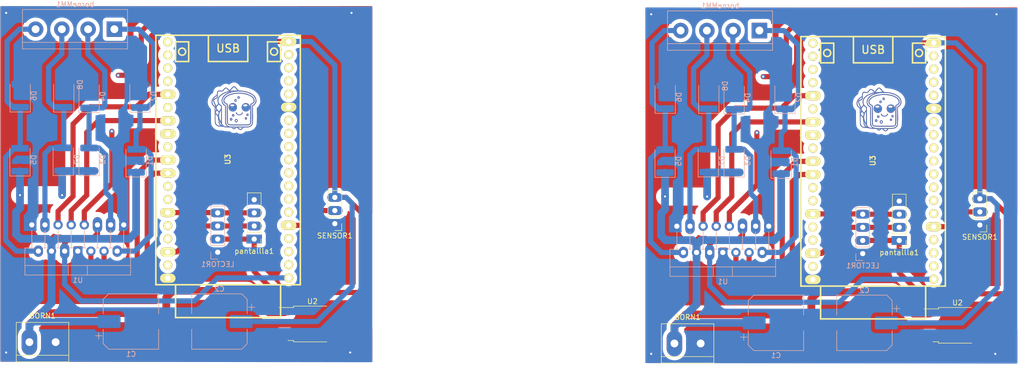
<source format=kicad_pcb>
(kicad_pcb (version 20221018) (generator pcbnew)
  (layers (0 "F.Cu" signal) (31 "B.Cu" signal) (34 "B.Paste" user) (35 "F.Paste" user) (36 "B.SilkS" user "B.Silkscreen") (37 "F.SilkS" user "F.Silkscreen") (38 "B.Mask" user) (39 "F.Mask" user) (44 "Edge.Cuts" user))
  (net 0 "")
  (net 1 "VCC")
  (net 2 "GND")
  (net 3 "/OUT_4")
  (net 4 "/OUT_3")
  (net 5 "/OUT_2")
  (net 6 "/OUT_1")
  (net 7 "+5V")
  (net 8 "/SCL")
  (net 9 "/MA_1")
  (net 10 "/MA_2")
  (net 11 "/MB_1")
  (net 12 "/EN")
  (net 13 "/MB_2")
  (net 25 "/SDAL")
  (net 30 "unconnected-(U3-IO35-Pad6)")
  (net 37 "/DATO")
  (footprint "EESTN5:ESP32_DEVKITC" (layer "F.Cu") (at 83.91888 95.141009 90)
    (fp_text reference "U3")
    (fp_text value "ESP32_DEVKITC" hide)
  )
  (footprint "LOGO" (layer "F.Cu") (at 209.784843 84.743392)
    (fp_text reference "G***" hide)
    (fp_text value "LOGO" hide)
  )
  (footprint "LOGO" (layer "F.Cu") (at 85.017323 84.482001)
    (fp_text reference "G***" hide)
    (fp_text value "LOGO" hide)
  )
  (footprint "Connector_PinHeader_2.54mm:PinHeader_1x04_P2.54mm_Vertical" (layer "F.Cu") (at 213.73491 110.707181 180)
    (fp_text reference "pantallla1")
    (fp_text value "~")
  )
  (footprint "LOGO" (layer "F.Cu") (at 85.017323 84.482001)
    (fp_text reference "G***" hide)
    (fp_text value "LOGO" hide)
  )
  (footprint "Connector_PinHeader_2.54mm:PinHeader_1x04_P2.54mm_Vertical" (layer "F.Cu") (at 88.96739 110.44579 180)
    (fp_text reference "pantallla1")
    (fp_text value "~")
  )
  (footprint "LOGO" (layer "F.Cu") (at 209.784843 84.743392)
    (fp_text reference "G***" hide)
    (fp_text value "LOGO" hide)
  )
  (footprint "EESTN5:ESP32_DEVKITC" (layer "F.Cu") (at 208.6864 95.4024 90)
    (fp_text reference "U3")
    (fp_text value "ESP32_DEVKITC" hide)
  )
  (footprint "TerminalBlock:TerminalBlock_bornier-2_P5.08mm" (layer "F.Cu") (at 45.48259 130.36939)
    (fp_text reference "BORN1")
    (fp_text value "~")
  )
  (footprint "Package_TO_SOT_SMD:TO-252-2" (layer "F.Cu") (at 224.66551 127.124581)
    (fp_text reference "U2")
    (fp_text value "KA78M05_TO252")
  )
  (footprint "Package_TO_SOT_SMD:TO-252-2" (layer "F.Cu") (at 99.89799 126.86319)
    (fp_text reference "U2")
    (fp_text value "KA78M05_TO252")
  )
  (footprint "TerminalBlock:TerminalBlock_bornier-2_P5.08mm" (layer "F.Cu") (at 170.25011 130.630781)
    (fp_text reference "BORN1")
    (fp_text value "~")
  )
  (footprint "Connector_PinHeader_2.54mm:PinHeader_1x03_P2.54mm_Vertical" (layer "F.Cu") (at 229.33051 107.719981 180)
    (fp_text reference "SENSOR1")
    (fp_text value "Screw_Terminal_01x03")
  )
  (footprint "Connector_PinHeader_2.54mm:PinHeader_1x03_P2.54mm_Vertical" (layer "F.Cu") (at 104.56299 107.45859 180)
    (fp_text reference "SENSOR1")
    (fp_text value "Screw_Terminal_01x03")
  )
  (footprint "Connector_PinHeader_2.54mm:PinHeader_1x04_P2.54mm_Vertical" (layer "B.Cu") (at 206.67371 113.247181)
    (fp_text reference "LECTOR1")
    (fp_text value "~")
  )
  (footprint "Diode_SMD:D_1812_4532Metric_Pad1.30x3.40mm_HandSolder" (layer "B.Cu") (at 191.63691 83.031181 90)
    (fp_text reference "D2")
    (fp_text value "1N4001")
  )
  (footprint "Package_TO_SOT_THT:TO-220-15_P2.54x2.54mm_StaggerOdd_Lead4.58mm_Vertical" (layer "B.Cu") (at 170.7196 107.95)
    (fp_text reference "U1")
    (fp_text value "L298HN")
  )
  (footprint "Diode_SMD:D_1812_4532Metric_Pad1.30x3.40mm_HandSolder" (layer "B.Cu") (at 181.798 83.1136 90)
    (fp_text reference "D4")
    (fp_text value "1N4001")
  )
  (footprint "TerminalBlock:TerminalBlock_bornier-4_P5.08mm" (layer "B.Cu") (at 186.69 70.104 180)
    (fp_text reference "borneMM1")
    (fp_text value "~")
  )
  (footprint "Diode_SMD:D_1812_4532Metric_Pad1.30x3.40mm_HandSolder" (layer "B.Cu") (at 52.03579 95.01259 90)
    (fp_text reference "D7")
    (fp_text value "1N4001")
  )
  (footprint "Capacitor_SMD:CP_Elec_10x12.5" (layer "B.Cu") (at 207.01 126.6444 180)
    (fp_text reference "C2")
    (fp_text value "C")
  )
  (footprint "TerminalBlock:TerminalBlock_bornier-4_P5.08mm" (layer "B.Cu") (at 61.92248 69.842609 180)
    (fp_text reference "borneMM1")
    (fp_text value "~")
  )
  (footprint "Connector_PinHeader_2.54mm:PinHeader_1x04_P2.54mm_Vertical" (layer "B.Cu") (at 81.90619 112.98579)
    (fp_text reference "LECTOR1")
    (fp_text value "~")
  )
  (footprint "Diode_SMD:D_1812_4532Metric_Pad1.30x3.40mm_HandSolder" (layer "B.Cu") (at 57.03048 82.852209 90)
    (fp_text reference "D4")
    (fp_text value "1N4001")
  )
  (footprint "Package_TO_SOT_THT:TO-220-15_P2.54x2.54mm_StaggerOdd_Lead4.58mm_Vertical" (layer "B.Cu") (at 45.95208 107.688609)
    (fp_text reference "U1")
    (fp_text value "L298HN")
  )
  (footprint "Diode_SMD:D_1812_4532Metric_Pad1.30x3.40mm_HandSolder" (layer "B.Cu") (at 52.13739 82.736009 90)
    (fp_text reference "D8")
    (fp_text value "1N4001")
  )
  (footprint "Diode_SMD:D_1812_4532Metric_Pad1.30x3.40mm_HandSolder" (layer "B.Cu") (at 43.70459 82.71899 90)
    (fp_text reference "D6")
    (fp_text value "1N4001")
  )
  (footprint "Diode_SMD:D_1812_4532Metric_Pad1.30x3.40mm_HandSolder" (layer "B.Cu") (at 176.90491 82.9974 90)
    (fp_text reference "D8")
    (fp_text value "1N4001")
  )
  (footprint "Diode_SMD:D_1812_4532Metric_Pad1.30x3.40mm_HandSolder" (layer "B.Cu") (at 168.4376 95.3618 90)
    (fp_text reference "D5")
    (fp_text value "1N4001")
  )
  (footprint "Diode_SMD:D_1812_4532Metric_Pad1.30x3.40mm_HandSolder" (layer "B.Cu") (at 43.67008 95.100409 90)
    (fp_text reference "D5")
    (fp_text value "1N4001")
  )
  (footprint "Diode_SMD:D_1812_4532Metric_Pad1.30x3.40mm_HandSolder" (layer "B.Cu") (at 66.12368 95.298209 90)
    (fp_text reference "D1")
    (fp_text value "1N4001")
  )
  (footprint "Diode_SMD:D_1812_4532Metric_Pad1.30x3.40mm_HandSolder" (layer "B.Cu") (at 176.80331 95.273981 90)
    (fp_text reference "D7")
    (fp_text value "1N4001")
  )
  (footprint "Diode_SMD:D_1812_4532Metric_Pad1.30x3.40mm_HandSolder" (layer "B.Cu") (at 190.8912 95.5596 90)
    (fp_text reference "D1")
    (fp_text value "1N4001")
  )
  (footprint "Diode_SMD:D_1812_4532Metric_Pad1.30x3.40mm_HandSolder" (layer "B.Cu") (at 181.798 95.3056 90)
    (fp_text reference "D3")
    (fp_text value "1N4001")
  )
  (footprint "Diode_SMD:D_1812_4532Metric_Pad1.30x3.40mm_HandSolder" (layer "B.Cu") (at 66.86939 82.76979 90)
    (fp_text reference "D2")
    (fp_text value "1N4001")
  )
  (footprint "Capacitor_SMD:CP_Elec_10x12.5" (layer "B.Cu") (at 65.12288 126.383009)
    (fp_text reference "C1")
    (fp_text value "C")
  )
  (footprint "Capacitor_SMD:CP_Elec_10x12.5" (layer "B.Cu") (at 82.24248 126.383009 180)
    (fp_text reference "C2")
    (fp_text value "C")
  )
  (footprint "Capacitor_SMD:CP_Elec_10x12.5" (layer "B.Cu") (at 189.8904 126.6444)
    (fp_text reference "C1")
    (fp_text value "C")
  )
  (footprint "Diode_SMD:D_1812_4532Metric_Pad1.30x3.40mm_HandSolder" (layer "B.Cu") (at 168.47211 82.980381 90)
    (fp_text reference "D6")
    (fp_text value "1N4001")
  )
  (footprint "Diode_SMD:D_1812_4532Metric_Pad1.30x3.40mm_HandSolder" (layer "B.Cu") (at 57.03048 95.044209 90)
    (fp_text reference "D3")
    (fp_text value "1N4001")
  )
  (segment (start 71.96568 121.7447) (end 71.96568 124.762209) (width 1.5) (layer "F.Cu") (net 1))
  (segment (start 196.7332 125.0236) (end 172.4508 125.0236) (width 1.5) (layer "F.Cu") (net 1))
  (segment (start 212.368 120.7108) (end 198.028491 120.7108) (width 1.5) (layer "F.Cu") (net 1))
  (segment (start 172.4508 125.0236) (end 170.25011 127.22429) (width 1.5) (layer "F.Cu") (net 1))
  (segment (start 198.028491 120.7108) (end 196.7332 122.006091) (width 1.5) (layer "F.Cu") (net 1))
  (segment (start 196.7332 122.006091) (end 196.7332 125.0236) (width 1.5) (layer "F.Cu") (net 1))
  (segment (start 73.260971 120.449409) (end 71.96568 121.7447) (width 1.5) (layer "F.Cu") (net 1))
  (segment (start 71.96568 124.762209) (end 47.68328 124.762209) (width 1.5) (layer "F.Cu") (net 1))
  (segment (start 47.68328 124.762209) (end 45.48259 126.962899) (width 1.5) (layer "F.Cu") (net 1))
  (segment (start 87.60048 120.449409) (end 73.260971 120.449409) (width 1.5) (layer "F.Cu") (net 1))
  (segment (start 91.734261 124.58319) (end 87.60048 120.449409) (width 1.5) (layer "F.Cu") (net 1))
  (segment (start 45.48259 126.962899) (end 45.48259 130.36939) (width 1.5) (layer "F.Cu") (net 1))
  (segment (start 216.501781 124.844581) (end 212.368 120.7108) (width 1.5) (layer "F.Cu") (net 1))
  (segment (start 94.85799 124.58319) (end 91.734261 124.58319) (width 1.5) (layer "F.Cu") (net 1))
  (segment (start 219.62551 124.844581) (end 216.501781 124.844581) (width 1.5) (layer "F.Cu") (net 1))
  (segment (start 170.25011 127.22429) (end 170.25011 130.630781) (width 1.5) (layer "F.Cu") (net 1))
  (via (at 176.5808 102.2096) (size 0.8) (drill 0.4) (layers "F.Cu" "B.Cu") (net 1))
  (via (at 168.4376 102.1992) (size 0.8) (drill 0.4) (layers "F.Cu" "B.Cu") (net 1))
  (via (at 43.67008 101.937809) (size 0.8) (drill 0.4) (layers "F.Cu" "B.Cu") (net 1))
  (via (at 51.81328 101.948209) (size 0.8) (drill 0.4) (layers "F.Cu" "B.Cu") (net 1))
  (segment (start 58.09728 97.269209) (end 57.03048 97.269209) (width 1.5) (layer "B.Cu") (net 1))
  (segment (start 170.25011 127.34109) (end 174.5296 123.0616) (width 1.5) (layer "B.Cu") (net 1))
  (segment (start 181.798 97.5306) (end 181.7926 97.536) (width 1.5) (layer "B.Cu") (net 1))
  (segment (start 175.4076 110.6472) (end 189.5808 110.6472) (width 1.5) (layer "B.Cu") (net 1))
  (segment (start 189.5808 110.6472) (end 190.8912 109.3368) (width 1.5) (layer "B.Cu") (net 1))
  (segment (start 57.03048 97.269209) (end 57.02508 97.274609) (width 1.5) (layer "B.Cu") (net 1))
  (segment (start 168.4376 102.1992) (end 168.4376 97.5868) (width 1.5) (layer "B.Cu") (net 1))
  (segment (start 45.48259 127.079699) (end 45.48259 130.36939) (width 1.5) (layer "B.Cu") (net 1))
  (segment (start 170.25011 127.34109) (end 170.25011 130.630781) (width 1.5) (layer "B.Cu") (net 1))
  (segment (start 170.9468 126.6444) (end 170.25011 127.34109) (width 1.5) (layer "B.Cu") (net 1))
  (segment (start 174.5296 111.436) (end 174.5296 113.03) (width 1.5) (layer "B.Cu") (net 1))
  (segment (start 49.76208 112.768609) (end 49.76208 111.263809) (width 1.5) (layer "B.Cu") (net 1))
  (segment (start 168.4376 104.7036) (end 167.6756 105.4656) (width 1.5) (layer "B.Cu") (net 1))
  (segment (start 43.67008 101.937809) (end 43.67008 97.325409) (width 1.5) (layer "B.Cu") (net 1))
  (segment (start 176.591 97.536) (end 176.5808 97.5258) (width 1.5) (layer "B.Cu") (net 1))
  (segment (start 182.8648 97.5306) (end 181.798 97.5306) (width 1.5) (layer "B.Cu") (net 1))
  (segment (start 66.12368 109.075409) (end 66.12368 97.523209) (width 1.5) (layer "B.Cu") (net 1))
  (segment (start 43.67008 104.442209) (end 42.90808 105.204209) (width 1.5) (layer "B.Cu") (net 1))
  (segment (start 49.76208 111.263809) (end 50.64008 110.385809) (width 1.5) (layer "B.Cu") (net 1))
  (segment (start 64.81328 110.385809) (end 66.12368 109.075409) (width 1.5) (layer "B.Cu") (net 1))
  (segment (start 174.5296 113.03) (end 174.5296 111.5252) (width 1.5) (layer "B.Cu") (net 1))
  (segment (start 48.97328 110.385809) (end 49.76208 111.174609) (width 1.5) (layer "B.Cu") (net 1))
  (segment (start 46.17928 126.383009) (end 45.48259 127.079699) (width 1.5) (layer "B.Cu") (net 1))
  (segment (start 49.76208 111.174609) (end 49.76208 112.768609) (width 1.5) (layer "B.Cu") (net 1))
  (segment (start 167.6756 109.7636) (end 168.5592 110.6472) (width 1.5) (layer "B.Cu") (net 1))
  (segment (start 185.6904 126.6444) (end 170.9468 126.6444) (width 1.5) (layer "B.Cu") (net 1))
  (segment (start 174.5296 111.5252) (end 175.4076 110.6472) (width 1.5) (layer "B.Cu") (net 1))
  (segment (start 42.90808 109.502209) (end 43.79168 110.385809) (width 1.5) (layer "B.Cu") (net 1))
  (segment (start 50.64008 110.385809) (end 64.81328 110.385809) (width 1.5) (layer "B.Cu") (net 1))
  (segment (start 60.92288 126.383009) (end 46.17928 126.383009) (width 1.5) (layer "B.Cu") (net 1))
  (segment (start 167.6756 105.4656) (end 167.6756 109.7636) (width 1.5) (layer "B.Cu") (net 1))
  (segment (start 174.5296 123.0616) (end 174.5296 113.03) (width 1.5) (layer "B.Cu") (net 1))
  (segment (start 51.82348 97.274609) (end 51.81328 97.264409) (width 1.5) (layer "B.Cu") (net 1))
  (segment (start 51.81328 101.948209) (end 51.81328 97.264409) (width 1.5) (layer "B.Cu") (net 1))
  (segment (start 57.02508 97.274609) (end 51.82348 97.274609) (width 1.5) (layer "B.Cu") (net 1))
  (segment (start 190.8912 109.3368) (end 190.8912 97.7846) (width 1.5) (layer "B.Cu") (net 1))
  (segment (start 45.48259 127.079699) (end 49.76208 122.800209) (width 1.5) (layer "B.Cu") (net 1))
  (segment (start 168.4376 102.1992) (end 168.4376 104.7036) (width 1.5) (layer "B.Cu") (net 1))
  (segment (start 168.5592 110.6472) (end 173.7408 110.6472) (width 1.5) (layer "B.Cu") (net 1))
  (segment (start 43.79168 110.385809) (end 48.97328 110.385809) (width 1.5) (layer "B.Cu") (net 1))
  (segment (start 42.90808 105.204209) (end 42.90808 109.502209) (width 1.5) (layer "B.Cu") (net 1))
  (segment (start 173.7408 110.6472) (end 174.5296 111.436) (width 1.5) (layer "B.Cu") (net 1))
  (segment (start 49.76208 122.800209) (end 49.76208 112.768609) (width 1.5) (layer "B.Cu") (net 1))
  (segment (start 176.5808 102.2096) (end 176.5808 97.5258) (width 1.5) (layer "B.Cu") (net 1))
  (segment (start 43.67008 101.937809) (end 43.67008 104.442209) (width 1.5) (layer "B.Cu") (net 1))
  (segment (start 181.7926 97.536) (end 176.591 97.536) (width 1.5) (layer "B.Cu") (net 1))
  (via (at 40.99288 66.693009) (size 0.8) (drill 0.4) (layers "F.Cu" "B.Cu") (net 2))
  (via (at 232.3084 132.6388) (size 0.8) (drill 0.4) (layers "F.Cu" "B.Cu") (net 2))
  (via (at 232.5624 66.9544) (size 0.8) (drill 0.4) (layers "F.Cu" "B.Cu") (net 2))
  (via (at 165.7604 132.6388) (size 0.8) (drill 0.4) (layers "F.Cu" "B.Cu") (net 2))
  (via (at 165.7604 66.9544) (size 0.8) (drill 0.4) (layers "F.Cu" "B.Cu") (net 2))
  (via (at 107.79488 66.693009) (size 0.8) (drill 0.4) (layers "F.Cu" "B.Cu") (net 2))
  (via (at 40.99288 132.377409) (size 0.8) (drill 0.4) (layers "F.Cu" "B.Cu") (net 2))
  (via (at 107.54088 132.377409) (size 0.8) (drill 0.4) (layers "F.Cu" "B.Cu") (net 2))
  (segment (start 187.2296 113.03) (end 190.642 113.03) (width 1) (layer "B.Cu") (net 3))
  (segment (start 66.12368 93.073209) (end 66.12368 89.7131) (width 1) (layer "B.Cu") (net 3))
  (segment (start 68.29179 85.00499) (end 69.51099 83.78579) (width 1) (layer "B.Cu") (net 3))
  (segment (start 69.51099 83.78579) (end 69.51099 72.71139) (width 1) (layer "B.Cu") (net 3))
  (segment (start 62.46208 112.768609) (end 65.87448 112.768609) (width 1) (layer "B.Cu") (net 3))
  (segment (start 66.17928 93.017609) (end 66.12368 93.073209) (width 1) (layer "B.Cu") (net 3))
  (segment (start 69.01928 94.180609) (end 67.85628 93.017609) (width 1) (layer "B.Cu") (net 3))
  (segment (start 193.7868 94.442) (end 192.6238 93.279) (width 1) (layer "B.Cu") (net 3))
  (segment (start 191.409729 70.104) (end 186.69 70.104) (width 1) (layer "B.Cu") (net 3))
  (segment (start 191.63691 89.228781) (end 191.63691 85.256181) (width 1) (layer "B.Cu") (net 3))
  (segment (start 190.642 113.03) (end 193.7868 109.8852) (width 1) (layer "B.Cu") (net 3))
  (segment (start 193.05931 85.266381) (end 194.27851 84.047181) (width 1) (layer "B.Cu") (net 3))
  (segment (start 66.12368 89.7131) (end 66.86939 88.96739) (width 1) (layer "B.Cu") (net 3))
  (segment (start 190.9468 93.279) (end 190.8912 93.3346) (width 1) (layer "B.Cu") (net 3))
  (segment (start 191.251929 85.266381) (end 193.05931 85.266381) (width 1) (layer "B.Cu") (net 3))
  (segment (start 190.8912 93.3346) (end 190.8912 89.974491) (width 1) (layer "B.Cu") (net 3))
  (segment (start 66.46299 85.026409) (end 66.484409 85.00499) (width 1) (layer "B.Cu") (net 3))
  (segment (start 192.6238 93.279) (end 190.9468 93.279) (width 1) (layer "B.Cu") (net 3))
  (segment (start 66.484409 85.00499) (end 68.29179 85.00499) (width 1) (layer "B.Cu") (net 3))
  (segment (start 194.27851 84.047181) (end 194.27851 72.972781) (width 1) (layer "B.Cu") (net 3))
  (segment (start 193.7868 109.8852) (end 193.7868 94.442) (width 1) (layer "B.Cu") (net 3))
  (segment (start 69.01928 109.623809) (end 69.01928 94.180609) (width 1) (layer "B.Cu") (net 3))
  (segment (start 66.642209 69.842609) (end 61.92248 69.842609) (width 1) (layer "B.Cu") (net 3))
  (segment (start 67.85628 93.017609) (end 66.17928 93.017609) (width 1) (layer "B.Cu") (net 3))
  (segment (start 65.87448 112.768609) (end 69.01928 109.623809) (width 1) (layer "B.Cu") (net 3))
  (segment (start 66.86939 88.96739) (end 66.86939 84.99479) (width 1) (layer "B.Cu") (net 3))
  (segment (start 191.23051 85.2878) (end 191.251929 85.266381) (width 1) (layer "B.Cu") (net 3))
  (segment (start 69.51099 72.71139) (end 66.642209 69.842609) (width 1) (layer "B.Cu") (net 3))
  (segment (start 194.27851 72.972781) (end 191.409729 70.104) (width 1) (layer "B.Cu") (net 3))
  (segment (start 190.8912 89.974491) (end 191.63691 89.228781) (width 1) (layer "B.Cu") (net 3))
  (segment (start 184.846 84.9424) (end 184.846 78.186) (width 1) (layer "B.Cu") (net 4))
  (segment (start 61.19208 107.688609) (end 61.19208 102.355409) (width 1) (layer "B.Cu") (net 4))
  (segment (start 56.79168 74.637809) (end 56.79168 69.893409) (width 1) (layer "B.Cu") (net 4))
  (segment (start 60.28168 94.180609) (end 58.92028 92.819209) (width 1) (layer "B.Cu") (net 4))
  (segment (start 60.28168 101.445009) (end 60.28168 94.180609) (width 1) (layer "B.Cu") (net 4))
  (segment (start 185.0492 94.442) (end 183.6878 93.0806) (width 1) (layer "B.Cu") (net 4))
  (segment (start 56.79168 69.893409) (end 56.84248 69.842609) (width 1) (layer "B.Cu") (net 4))
  (segment (start 185.9596 102.6168) (end 185.0492 101.7064) (width 1) (layer "B.Cu") (net 4))
  (segment (start 58.92028 92.819209) (end 57.03048 92.819209) (width 1) (layer "B.Cu") (net 4))
  (segment (start 60.07848 77.924609) (end 56.79168 74.637809) (width 1) (layer "B.Cu") (net 4))
  (segment (start 181.5592 74.8992) (end 181.5592 70.1548) (width 1) (layer "B.Cu") (net 4))
  (segment (start 57.03048 92.819209) (end 57.03048 85.077209) (width 1) (layer "B.Cu") (net 4))
  (segment (start 185.0492 101.7064) (end 185.0492 94.442) (width 1) (layer "B.Cu") (net 4))
  (segment (start 184.4498 85.3386) (end 184.846 84.9424) (width 1) (layer "B.Cu") (net 4))
  (segment (start 59.68228 85.077209) (end 60.07848 84.681009) (width 1) (layer "B.Cu") (net 4))
  (segment (start 61.19208 102.355409) (end 60.28168 101.445009) (width 1) (layer "B.Cu") (net 4))
  (segment (start 181.5592 70.1548) (end 181.61 70.104) (width 1) (layer "B.Cu") (net 4))
  (segment (start 57.03048 85.077209) (end 59.68228 85.077209) (width 1) (layer "B.Cu") (net 4))
  (segment (start 185.9596 107.95) (end 185.9596 102.6168) (width 1) (layer "B.Cu") (net 4))
  (segment (start 183.6878 93.0806) (end 181.798 93.0806) (width 1) (layer "B.Cu") (net 4))
  (segment (start 181.798 85.3386) (end 184.4498 85.3386) (width 1) (layer "B.Cu") (net 4))
  (segment (start 181.798 93.0806) (end 181.798 85.3386) (width 1) (layer "B.Cu") (net 4))
  (segment (start 184.846 78.186) (end 181.5592 74.8992) (width 1) (layer "B.Cu") (net 4))
  (segment (start 60.07848 84.681009) (end 60.07848 77.924609) (width 1) (layer "B.Cu") (net 4))
  (segment (start 176.90491 92.75169) (end 176.90491 85.2224) (width 1) (layer "B.Cu") (net 5))
  (segment (start 49.19099 83.81119) (end 49.19099 77.18179) (width 1) (layer "B.Cu") (net 5))
  (segment (start 49.19099 77.18179) (end 51.76248 74.6103) (width 1) (layer "B.Cu") (net 5))
  (segment (start 173.95851 84.072581) (end 173.95851 77.443181) (width 1) (layer "B.Cu") (net 5))
  (segment (start 48.49208 107.688609) (end 48.49208 93.879809) (width 1) (layer "B.Cu") (net 5))
  (segment (start 51.76248 74.6103) (end 51.76248 69.842609) (width 1) (layer "B.Cu") (net 5))
  (segment (start 173.2596 107.95) (end 173.2596 94.1412) (width 1) (layer "B.Cu") (net 5))
  (segment (start 48.49208 93.879809) (end 49.55748 92.814409) (width 1) (layer "B.Cu") (net 5))
  (segment (start 173.95851 77.443181) (end 176.53 74.871691) (width 1) (layer "B.Cu") (net 5))
  (segment (start 49.55748 92.814409) (end 51.81328 92.814409) (width 1) (layer "B.Cu") (net 5))
  (segment (start 52.13739 84.961009) (end 50.340809 84.961009) (width 1) (layer "B.Cu") (net 5))
  (segment (start 51.81328 92.814409) (end 52.13739 92.490299) (width 1) (layer "B.Cu") (net 5))
  (segment (start 50.340809 84.961009) (end 49.19099 83.81119) (width 1) (layer "B.Cu") (net 5))
  (segment (start 174.325 93.0758) (end 176.5808 93.0758) (width 1) (layer "B.Cu") (net 5))
  (segment (start 176.5808 93.0758) (end 176.90491 92.75169) (width 1) (layer "B.Cu") (net 5))
  (segment (start 52.13739 92.490299) (end 52.13739 84.961009) (width 1) (layer "B.Cu") (net 5))
  (segment (start 176.53 74.871691) (end 176.53 70.104) (width 1) (layer "B.Cu") (net 5))
  (segment (start 175.108329 85.2224) (end 173.95851 84.072581) (width 1) (layer "B.Cu") (net 5))
  (segment (start 173.2596 94.1412) (end 174.325 93.0758) (width 1) (layer "B.Cu") (net 5))
  (segment (start 176.90491 85.2224) (end 175.108329 85.2224) (width 1) (layer "B.Cu") (net 5))
  (segment (start 167.7416 113.03) (end 171.9896 113.03) (width 1) (layer "B.Cu") (net 6))
  (segment (start 168.47211 85.205381) (end 168.47211 93.00069) (width 1) (layer "B.Cu") (net 6))
  (segment (start 165.93211 72.47229) (end 165.93211 84.047181) (width 1) (layer "B.Cu") (net 6))
  (segment (start 168.4376 93.1368) (end 167.3656 93.1368) (width 1) (layer "B.Cu") (net 6))
  (segment (start 43.67008 92.875409) (end 42.59808 92.875409) (width 1) (layer "B.Cu") (net 6))
  (segment (start 43.53288 69.842609) (end 41.16459 72.210899) (width 1) (layer "B.Cu") (net 6))
  (segment (start 165.6588 110.9472) (end 167.7416 113.03) (width 1) (layer "B.Cu") (net 6))
  (segment (start 42.59808 92.875409) (end 40.89128 94.582209) (width 1) (layer "B.Cu") (net 6))
  (segment (start 42.97408 112.768609) (end 47.22208 112.768609) (width 1) (layer "B.Cu") (net 6))
  (segment (start 165.6588 94.8436) (end 165.6588 110.9472) (width 1) (layer "B.Cu") (net 6))
  (segment (start 171.45 70.104) (end 168.3004 70.104) (width 1) (layer "B.Cu") (net 6))
  (segment (start 40.89128 94.582209) (end 40.89128 110.685809) (width 1) (layer "B.Cu") (net 6))
  (segment (start 43.70459 92.739299) (end 43.61928 92.824609) (width 1) (layer "B.Cu") (net 6))
  (segment (start 167.3656 93.1368) (end 165.6588 94.8436) (width 1) (layer "B.Cu") (net 6))
  (segment (start 167.09031 85.205381) (end 168.47211 85.205381) (width 1) (layer "B.Cu") (net 6))
  (segment (start 46.68248 69.842609) (end 43.53288 69.842609) (width 1) (layer "B.Cu") (net 6))
  (segment (start 168.47211 93.00069) (end 168.3868 93.086) (width 1) (layer "B.Cu") (net 6))
  (segment (start 165.93211 84.047181) (end 167.09031 85.205381) (width 1) (layer "B.Cu") (net 6))
  (segment (start 42.32279 84.94399) (end 43.70459 84.94399) (width 1) (layer "B.Cu") (net 6))
  (segment (start 41.16459 83.78579) (end 42.32279 84.94399) (width 1) (layer "B.Cu") (net 6))
  (segment (start 168.3004 70.104) (end 165.93211 72.47229) (width 1) (layer "B.Cu") (net 6))
  (segment (start 40.89128 110.685809) (end 42.97408 112.768609) (width 1) (layer "B.Cu") (net 6))
  (segment (start 43.70459 84.94399) (end 43.70459 92.739299) (width 1) (layer "B.Cu") (net 6))
  (segment (start 41.16459 72.210899) (end 41.16459 83.78579) (width 1) (layer "B.Cu") (net 6))
  (segment (start 88.96739 116.70419) (end 93.03139 120.76819) (width 1) (layer "F.Cu") (net 7))
  (segment (start 106.74739 102.37859) (end 104.56299 102.37859) (width 1) (layer "F.Cu") (net 7))
  (segment (start 94.85799 129.14319) (end 93.13999 129.14319) (width 1) (layer "F.Cu") (net 7))
  (segment (start 217.79891 121.029581) (end 234.81691 121.029581) (width 1) (layer "F.Cu") (net 7))
  (segment (start 218.51011 133.119981) (end 229.43211 133.119981) (width 1) (layer "F.Cu") (net 7))
  (segment (start 88.96739 110.44579) (end 81.90619 110.44579) (width 1) (layer "F.Cu") (net 7))
  (segment (start 187.4252 79.017981) (end 188.79211 79.017981) (width 1) (layer "F.Cu") (net 7))
  (segment (start 194.38011 68.045181) (end 211.910781 68.045181) (width 1) (layer "F.Cu") (net 7))
  (segment (start 234.86771 105.992781) (end 231.51491 102.639981) (width 1) (layer "F.Cu") (net 7))
  (segment (start 217.34171 129.970381) (end 217.34171 131.951581) (width 1) (layer "F.Cu") (net 7))
  (segment (start 234.86771 127.684381) (end 234.86771 121.080381) (width 1) (layer "F.Cu") (net 7))
  (segment (start 92.57419 129.70899) (end 92.57419 131.69019) (width 1) (layer "F.Cu") (net 7))
  (segment (start 188.79211 79.017981) (end 191.89091 75.919181) (width 1) (layer "F.Cu") (net 7))
  (segment (start 88.96739 110.44579) (end 88.96739 116.70419) (width 1) (layer "F.Cu") (net 7))
  (segment (start 67.12339 75.65779) (end 67.12339 70.27299) (width 1) (layer "F.Cu") (net 7))
  (segment (start 62.65768 78.75659) (end 64.02459 78.75659) (width 1) (layer "F.Cu") (net 7))
  (segment (start 216.348 72.4824) (end 220.4064 72.4824) (width 1) (layer "F.Cu") (net 7))
  (segment (start 234.86771 121.080381) (end 234.86771 105.992781) (width 1) (layer "F.Cu") (net 7))
  (segment (start 110.10019 120.81899) (end 110.10019 105.73139) (width 1) (layer "F.Cu") (net 7))
  (segment (start 92.57419 131.69019) (end 93.74259 132.85859) (width 1) (layer "F.Cu") (net 7))
  (segment (start 93.13999 129.14319) (end 92.57419 129.70899) (width 1) (layer "F.Cu") (net 7))
  (segment (start 64.02459 78.75659) (end 67.12339 75.65779) (width 1) (layer "F.Cu") (net 7))
  (segment (start 61.43379 99.73699) (end 56.11208 105.0587) (width 1) (layer "F.Cu") (net 7))
  (segment (start 211.910781 68.045181) (end 216.348 72.4824) (width 1) (layer "F.Cu") (net 7))
  (segment (start 219.62551 129.404581) (end 217.90751 129.404581) (width 1) (layer "F.Cu") (net 7))
  (segment (start 67.12339 70.27299) (end 69.61259 67.78379) (width 1) (layer "F.Cu") (net 7))
  (segment (start 191.89091 70.534381) (end 194.38011 68.045181) (width 1) (layer "F.Cu") (net 7))
  (segment (start 110.10019 127.42299) (end 110.10019 120.81899) (width 1) (layer "F.Cu") (net 7))
  (segment (start 110.04939 120.76819) (end 110.10019 120.81899) (width 1) (layer "F.Cu") (net 7))
  (segment (start 234.81691 121.029581) (end 234.86771 121.080381) (width 1) (layer "F.Cu") (net 7))
  (segment (start 186.20131 99.998381) (end 180.8796 105.320091) (width 1) (layer "F.Cu") (net 7))
  (segment (start 180.8796 105.320091) (end 180.8796 107.95) (width 1) (layer "F.Cu") (net 7))
  (segment (start 213.73491 110.707181) (end 206.67371 110.707181) (width 1) (layer "F.Cu") (net 7))
  (segment (start 104.66459 132.85859) (end 110.10019 127.42299) (width 1) (layer "F.Cu") (net 7))
  (segment (start 61.43379 89.57699) (end 61.43379 99.73699) (width 1) (layer "F.Cu") (net 7))
  (segment (start 87.143261 67.78379) (end 91.58048 72.221009) (width 1) (layer "F.Cu") (net 7))
  (segment (start 229.43211 133.119981) (end 234.86771 127.684381) (width 1) (layer "F.Cu") (net 7))
  (segment (start 93.03139 120.76819) (end 110.04939 120.76819) (width 1) (layer "F.Cu") (net 7))
  (segment (start 217.34171 131.951581) (end 218.51011 133.119981) (width 1) (layer "F.Cu") (net 7))
  (segment (start 69.61259 67.78379) (end 87.143261 67.78379) (width 1) (layer "F.Cu") (net 7))
  (segment (start 110.10019 105.73139) (end 106.74739 102.37859) (width 1) (layer "F.Cu") (net 7))
  (segment (start 213.73491 116.965581) (end 217.79891 121.029581) (width 1) (layer "F.Cu") (net 7))
  (segment (start 91.58048 72.221009) (end 95.63888 72.221009) (width 1) (layer "F.Cu") (net 7))
  (segment (start 213.73491 110.707181) (end 213.73491 116.965581) (width 1) (layer "F.Cu") (net 7))
  (segment (start 217.90751 129.404581) (end 217.34171 129.970381) (width 1) (layer "F.Cu") (net 7))
  (segment (start 191.89091 75.919181) (end 191.89091 70.534381) (width 1) (layer "F.Cu") (net 7))
  (segment (start 186.20131 89.838381) (end 186.20131 99.998381) (width 1) (layer "F.Cu") (net 7))
  (segment (start 231.51491 102.639981) (end 229.33051 102.639981) (width 1) (layer "F.Cu") (net 7))
  (segment (start 93.74259 132.85859) (end 104.66459 132.85859) (width 1) (layer "F.Cu") (net 7))
  (segment (start 56.11208 105.0587) (end 56.11208 107.688609) (width 1) (layer "F.Cu") (net 7))
  (via (at 61.43379 89.57699) (size 0.8) (drill 0.4) (layers "F.Cu" "B.Cu") (net 7))
  (via (at 186.20131 89.838381) (size 0.8) (drill 0.4) (layers "F.Cu" "B.Cu") (net 7))
  (via (at 62.65768 78.75659) (size 0.8) (drill 0.4) (layers "F.Cu" "B.Cu") (net 7))
  (via (at 187.4252 79.017981) (size 0.8) (drill 0.4) (layers "F.Cu" "B.Cu") (net 7))
  (segment (start 106.74739 102.37859) (end 107.91579 103.54699) (width 1) (layer "B.Cu") (net 7))
  (segment (start 107.91579 119.59979) (end 101.132571 126.383009) (width 1) (layer "B.Cu") (net 7))
  (segment (start 107.91579 103.54699) (end 107.91579 119.59979) (width 1) (layer "B.Cu") (net 7))
  (segment (start 225.900091 126.6444) (end 211.21 126.6444) (width 1) (layer "B.Cu") (net 7))
  (segment (start 229.33051 77.087581) (end 229.33051 102.639981) (width 1) (layer "B.Cu") (net 7))
  (segment (start 99.957809 72.221009) (end 104.56299 76.82619) (width 1) (layer "B.Cu") (net 7))
  (segment (start 231.51491 102.639981) (end 232.68331 103.808381) (width 1) (layer "B.Cu") (net 7))
  (segment (start 224.725329 72.4824) (end 229.33051 77.087581) (width 1) (layer "B.Cu") (net 7))
  (segment (start 95.63888 72.221009) (end 99.957809 72.221009) (width 1) (layer "B.Cu") (net 7))
  (segment (start 232.68331 103.808381) (end 232.68331 119.861181) (width 1) (layer "B.Cu") (net 7))
  (segment (start 104.56299 76.82619) (end 104.56299 102.37859) (width 1) (layer "B.Cu") (net 7))
  (segment (start 220.4064 72.4824) (end 224.725329 72.4824) (width 1) (layer "B.Cu") (net 7))
  (segment (start 104.56299 102.37859) (end 106.74739 102.37859) (width 1) (layer "B.Cu") (net 7))
  (segment (start 232.68331 119.861181) (end 225.900091 126.6444) (width 1) (layer "B.Cu") (net 7))
  (segment (start 101.132571 126.383009) (end 86.44248 126.383009) (width 1) (layer "B.Cu") (net 7))
  (segment (start 229.33051 102.639981) (end 231.51491 102.639981) (width 1) (layer "B.Cu") (net 7))
  (segment (start 72.25888 105.311009) (end 81.851409 105.311009) (width 1) (layer "F.Cu") (net 8))
  (segment (start 81.851409 105.311009) (end 81.90619 105.36579) (width 1) (layer "F.Cu") (net 8))
  (segment (start 197.0264 105.5724) (end 206.618929 105.5724) (width 1) (layer "F.Cu") (net 8))
  (segment (start 213.73491 105.627181) (end 206.67371 105.627181) (width 1) (layer "F.Cu") (net 8))
  (segment (start 88.96739 105.36579) (end 81.90619 105.36579) (width 1) (layer "F.Cu") (net 8))
  (segment (start 206.618929 105.5724) (end 206.67371 105.627181) (width 1) (layer "F.Cu") (net 8))
  (segment (start 66.20899 84.85259) (end 68.64739 82.41419) (width 1) (layer "F.Cu") (net 9))
  (segment (start 193.835291 82.7124) (end 197.0264 82.7124) (width 1) (layer "F.Cu") (net 9))
  (segment (start 190.97651 85.113981) (end 193.41491 82.675581) (width 1) (layer "F.Cu") (net 9))
  (segment (start 69.030952 82.41419) (end 69.067771 82.451009) (width 1) (layer "F.Cu") (net 9))
  (segment (start 51.03208 105.0587) (end 53.93168 102.1591) (width 1) (layer "F.Cu") (net 9))
  (segment (start 68.64739 82.41419) (end 69.030952 82.41419) (width 1) (layer "F.Cu") (net 9))
  (segment (start 193.798472 82.675581) (end 193.835291 82.7124) (width 1) (layer "F.Cu") (net 9))
  (segment (start 53.93168 88.1891) (end 57.26819 84.85259) (width 1) (layer "F.Cu") (net 9))
  (segment (start 182.03571 85.113981) (end 190.97651 85.113981) (width 1) (layer "F.Cu") (net 9))
  (segment (start 175.7996 107.95) (end 175.7996 105.320091) (width 1) (layer "F.Cu") (net 9))
  (segment (start 69.067771 82.451009) (end 72.25888 82.451009) (width 1) (layer "F.Cu") (net 9))
  (segment (start 178.6992 102.420491) (end 178.6992 88.450491) (width 1) (layer "F.Cu") (net 9))
  (segment (start 193.41491 82.675581) (end 193.798472 82.675581) (width 1) (layer "F.Cu") (net 9))
  (segment (start 53.93168 102.1591) (end 53.93168 88.1891) (width 1) (layer "F.Cu") (net 9))
  (segment (start 51.03208 107.688609) (end 51.03208 105.0587) (width 1) (layer "F.Cu") (net 9))
  (segment (start 175.7996 105.320091) (end 178.6992 102.420491) (width 1) (layer "F.Cu") (net 9))
  (segment (start 178.6992 88.450491) (end 182.03571 85.113981) (width 1) (layer "F.Cu") (net 9))
  (segment (start 57.26819 84.85259) (end 66.20899 84.85259) (width 1) (layer "F.Cu") (net 9))
  (segment (start 56.57328 101.9559) (end 56.57328 89.8147) (width 1) (layer "F.Cu") (net 10))
  (segment (start 181.3408 102.217291) (end 181.3408 90.076091) (width 1) (layer "F.Cu") (net 10))
  (segment (start 53.57208 104.9571) (end 56.57328 101.9559) (width 1) (layer "F.Cu") (net 10))
  (segment (start 72.24888 87.521009) (end 72.25888 87.531009) (width 1) (layer "F.Cu") (net 10))
  (segment (start 197.0164 87.7824) (end 197.0264 87.7924) (width 1) (layer "F.Cu") (net 10))
  (segment (start 58.866971 87.521009) (end 72.24888 87.521009) (width 1) (layer "F.Cu") (net 10))
  (segment (start 56.57328 89.8147) (end 58.866971 87.521009) (width 1) (layer "F.Cu") (net 10))
  (segment (start 178.3396 107.95) (end 178.3396 105.218491) (width 1) (layer "F.Cu") (net 10))
  (segment (start 178.3396 105.218491) (end 181.3408 102.217291) (width 1) (layer "F.Cu") (net 10))
  (segment (start 181.3408 90.076091) (end 183.634491 87.7824) (width 1) (layer "F.Cu") (net 10))
  (segment (start 183.634491 87.7824) (end 197.0164 87.7824) (width 1) (layer "F.Cu") (net 10))
  (segment (start 53.57208 107.688609) (end 53.57208 104.9571) (width 1) (layer "F.Cu") (net 10))
  (segment (start 193.04 99.3648) (end 193.04 116.273691) (width 1) (layer "F.Cu") (net 11))
  (segment (start 184.72811 119.353181) (end 182.1496 116.774671) (width 1) (layer "F.Cu") (net 11))
  (segment (start 65.19299 119.09179) (end 59.96059 119.09179) (width 1) (layer "F.Cu") (net 11))
  (segment (start 194.4524 97.9524) (end 193.04 99.3648) (width 1) (layer "F.Cu") (net 11))
  (segment (start 68.27248 116.0123) (end 65.19299 119.09179) (width 1) (layer "F.Cu") (net 11))
  (segment (start 193.04 116.273691) (end 189.96051 119.353181) (width 1) (layer "F.Cu") (net 11))
  (segment (start 68.27248 99.103409) (end 68.27248 116.0123) (width 1) (layer "F.Cu") (net 11))
  (segment (start 197.0264 97.9524) (end 194.4524 97.9524) (width 1) (layer "F.Cu") (net 11))
  (segment (start 72.25888 97.691009) (end 69.68488 97.691009) (width 1) (layer "F.Cu") (net 11))
  (segment (start 182.1496 116.774671) (end 182.1496 113.03) (width 1) (layer "F.Cu") (net 11))
  (segment (start 69.68488 97.691009) (end 68.27248 99.103409) (width 1) (layer "F.Cu") (net 11))
  (segment (start 57.38208 116.51328) (end 57.38208 112.768609) (width 1) (layer "F.Cu") (net 11))
  (segment (start 189.96051 119.353181) (end 184.72811 119.353181) (width 1) (layer "F.Cu") (net 11))
  (segment (start 59.96059 119.09179) (end 57.38208 116.51328) (width 1) (layer "F.Cu") (net 11))
  (segment (start 177.0696 111.466891) (end 177.0696 113.03) (width 1) (layer "F.Cu") (net 12))
  (segment (start 58.65208 109.3767) (end 57.72539 110.30339) (width 1) (layer "F.Cu") (net 12))
  (segment (start 58.65208 107.688609) (end 58.65208 109.3767) (width 1) (layer "F.Cu") (net 12))
  (segment (start 177.97171 110.564781) (end 177.0696 111.466891) (width 1) (layer "F.Cu") (net 12))
  (segment (start 183.4196 107.95) (end 183.4196 109.638091) (width 1) (layer "F.Cu") (net 12))
  (segment (start 53.20419 110.30339) (end 52.30208 111.2055) (width 1) (layer "F.Cu") (net 12))
  (segment (start 57.72539 110.30339) (end 53.20419 110.30339) (width 1) (layer "F.Cu") (net 12))
  (segment (start 182.49291 110.564781) (end 177.97171 110.564781) (width 1) (layer "F.Cu") (net 12))
  (segment (start 183.4196 109.638091) (end 182.49291 110.564781) (width 1) (layer "F.Cu") (net 12))
  (segment (start 52.30208 111.2055) (end 52.30208 112.768609) (width 1) (layer "F.Cu") (net 12))
  (segment (start 52.30208 112.768609) (end 52.30208 119.190209) (width 1) (layer "B.Cu") (net 12))
  (segment (start 52.30208 119.190209) (end 55.505661 122.39379) (width 1) (layer "B.Cu") (net 12))
  (segment (start 177.0696 119.4516) (end 180.273181 122.655181) (width 1) (layer "B.Cu") (net 12))
  (segment (start 177.0696 113.03) (end 177.0696 119.4516) (width 1) (layer "B.Cu") (net 12))
  (segment (start 206.656091 118.2024) (end 220.4064 118.2024) (width 1) (layer "B.Cu") (net 12))
  (segment (start 77.43579 122.39379) (end 81.888571 117.941009) (width 1) (layer "B.Cu") (net 12))
  (segment (start 180.273181 122.655181) (end 202.20331 122.655181) (width 1) (layer "B.Cu") (net 12))
  (segment (start 202.20331 122.655181) (end 206.656091 118.2024) (width 1) (layer "B.Cu") (net 12))
  (segment (start 81.888571 117.941009) (end 95.63888 117.941009) (width 1) (layer "B.Cu") (net 12))
  (segment (start 55.505661 122.39379) (end 77.43579 122.39379) (width 1) (layer "B.Cu") (net 12))
  (segment (start 59.92208 115.49728) (end 61.33219 116.90739) (width 1) (layer "F.Cu") (net 13))
  (segment (start 184.6896 113.03) (end 184.6896 115.758671) (width 1) (layer "F.Cu") (net 13))
  (segment (start 66.34208 97.833409) (end 69.02448 95.151009) (width 1) (layer "F.Cu") (net 13))
  (segment (start 193.792 95.4124) (end 197.0264 95.4124) (width 1) (layer "F.Cu") (net 13))
  (segment (start 59.92208 112.768609) (end 59.92208 115.49728) (width 1) (layer "F.Cu") (net 13))
  (segment (start 186.09971 117.168781) (end 189.04611 117.168781) (width 1) (layer "F.Cu") (net 13))
  (segment (start 64.27859 116.90739) (end 66.34208 114.8439) (width 1) (layer "F.Cu") (net 13))
  (segment (start 184.6896 115.758671) (end 186.09971 117.168781) (width 1) (layer "F.Cu") (net 13))
  (segment (start 191.1096 115.105291) (end 191.1096 98.0948) (width 1) (layer "F.Cu") (net 13))
  (segment (start 191.1096 98.0948) (end 193.792 95.4124) (width 1) (layer "F.Cu") (net 13))
  (segment (start 66.34208 114.8439) (end 66.34208 97.833409) (width 1) (layer "F.Cu") (net 13))
  (segment (start 69.02448 95.151009) (end 72.25888 95.151009) (width 1) (layer "F.Cu") (net 13))
  (segment (start 61.33219 116.90739) (end 64.27859 116.90739) (width 1) (layer "F.Cu") (net 13))
  (segment (start 189.04611 117.168781) (end 191.1096 115.105291) (width 1) (layer "F.Cu") (net 13))
  (segment (start 197.0264 113.1924) (end 198.762891 113.1924) (width 1) (layer "F.Cu") (net 25))
  (segment (start 198.762891 113.1924) (end 203.78811 108.167181) (width 1) (layer "F.Cu") (net 25))
  (segment (start 79.02059 107.90579) (end 81.90619 107.90579) (width 1) (layer "F.Cu") (net 25))
  (segment (start 203.78811 108.167181) (end 206.67371 108.167181) (width 1) (layer "F.Cu") (net 25))
  (segment (start 73.995371 112.931009) (end 79.02059 107.90579) (width 1) (layer "F.Cu") (net 25))
  (segment (start 213.73491 108.167181) (end 206.67371 108.167181) (width 1) (layer "F.Cu") (net 25))
  (segment (start 72.25888 112.931009) (end 73.995371 112.931009) (width 1) (layer "F.Cu") (net 25))
  (segment (start 88.96739 107.90579) (end 81.90619 107.90579) (width 1) (layer "F.Cu") (net 25))
  (segment (start 220.4024 105.5064) (end 220.4064 105.5024) (width 1) (layer "F.Cu") (net 30))
  (segment (start 95.63488 105.245009) (end 95.63888 105.241009) (width 1) (layer "F.Cu") (net 30))
  (segment (start 95.63888 107.781009) (end 98.093771 107.781009) (width 1) (layer "F.Cu") (net 37))
  (segment (start 222.861291 108.0424) (end 225.72371 105.179981) (width 1) (layer "F.Cu") (net 37))
  (segment (start 100.95619 104.91859) (end 104.56299 104.91859) (width 1) (layer "F.Cu") (net 37))
  (segment (start 98.093771 107.781009) (end 100.95619 104.91859) (width 1) (layer "F.Cu") (net 37))
  (segment (start 225.72371 105.179981) (end 229.33051 105.179981) (width 1) (layer "F.Cu") (net 37))
  (segment (start 220.4064 108.0424) (end 222.861291 108.0424) (width 1) (layer "F.Cu") (net 37))
  (zone (net 2) (net_name "GND") (layer "F.Cu") (connect_pads yes (clearance 1)) (min_thickness 0.25) (fill yes (thermal_gap 0.5) (thermal_bridge_width 0.5) (island_removal_mode 2) (island_area_min 1000))
    (polygon (pts (xy 111.80808 65.372209) (xy 111.80808 134.155409) (xy 39.87528 134.155409) (xy 39.87528 65.431169)))
  )
  (zone (net 2) (net_name "GND") (layer "F.Cu") (connect_pads yes (clearance 1)) (min_thickness 0.25) (fill yes (thermal_gap 0.5) (thermal_bridge_width 0.5) (island_removal_mode 2) (island_area_min 1000))
    (polygon (pts (xy 236.5756 65.6336) (xy 236.5756 134.4168) (xy 164.6428 134.4168) (xy 164.6428 65.69256)))
  )
  (zone (net 2) (net_name "GND") (layer "B.Cu") (connect_pads yes (clearance 0.75)) (min_thickness 0.25) (fill yes (thermal_gap 0.5) (thermal_bridge_width 0.5) (island_removal_mode 2) (island_area_min 100))
    (polygon (pts (xy 236.5756 65.7352) (xy 236.5756 134.5184) (xy 164.6428 134.4168) (xy 164.6428 65.6336)))
  )
  (zone (net 2) (net_name "GND") (layer "B.Cu") (connect_pads yes (clearance 0.75)) (min_thickness 0.25) (fill yes (thermal_gap 0.5) (thermal_bridge_width 0.5) (island_removal_mode 2) (island_area_min 100))
    (polygon (pts (xy 111.80808 65.473809) (xy 111.80808 134.257009) (xy 39.87528 134.155409) (xy 39.87528 65.372209)))
  )
)
</source>
